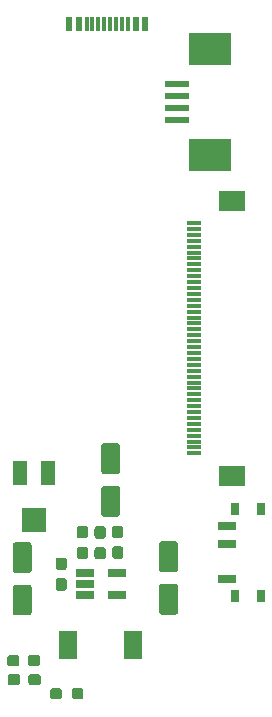
<source format=gtp>
G04 #@! TF.GenerationSoftware,KiCad,Pcbnew,(5.1.4)-1*
G04 #@! TF.CreationDate,2021-02-22T09:31:14+01:00*
G04 #@! TF.ProjectId,rgb_lcd_pihat,7267625f-6c63-4645-9f70-696861742e6b,rev?*
G04 #@! TF.SameCoordinates,Original*
G04 #@! TF.FileFunction,Paste,Top*
G04 #@! TF.FilePolarity,Positive*
%FSLAX46Y46*%
G04 Gerber Fmt 4.6, Leading zero omitted, Abs format (unit mm)*
G04 Created by KiCad (PCBNEW (5.1.4)-1) date 2021-02-22 09:31:14*
%MOMM*%
%LPD*%
G04 APERTURE LIST*
%ADD10C,0.100000*%
%ADD11C,0.950000*%
%ADD12R,0.600000X1.160000*%
%ADD13R,0.300000X1.160000*%
%ADD14C,1.600000*%
%ADD15R,1.500000X2.400000*%
%ADD16R,2.000000X0.610000*%
%ADD17R,3.600000X2.680000*%
%ADD18R,2.200000X1.800000*%
%ADD19R,1.300000X0.300000*%
%ADD20R,1.300000X2.000000*%
%ADD21R,2.000000X2.000000*%
%ADD22R,1.500000X0.700000*%
%ADD23R,0.800000X1.000000*%
%ADD24R,1.560000X0.650000*%
G04 APERTURE END LIST*
D10*
G36*
X54073279Y-98126144D02*
G01*
X54096334Y-98129563D01*
X54118943Y-98135227D01*
X54140887Y-98143079D01*
X54161957Y-98153044D01*
X54181948Y-98165026D01*
X54200668Y-98178910D01*
X54217938Y-98194562D01*
X54233590Y-98211832D01*
X54247474Y-98230552D01*
X54259456Y-98250543D01*
X54269421Y-98271613D01*
X54277273Y-98293557D01*
X54282937Y-98316166D01*
X54286356Y-98339221D01*
X54287500Y-98362500D01*
X54287500Y-98837500D01*
X54286356Y-98860779D01*
X54282937Y-98883834D01*
X54277273Y-98906443D01*
X54269421Y-98928387D01*
X54259456Y-98949457D01*
X54247474Y-98969448D01*
X54233590Y-98988168D01*
X54217938Y-99005438D01*
X54200668Y-99021090D01*
X54181948Y-99034974D01*
X54161957Y-99046956D01*
X54140887Y-99056921D01*
X54118943Y-99064773D01*
X54096334Y-99070437D01*
X54073279Y-99073856D01*
X54050000Y-99075000D01*
X53550000Y-99075000D01*
X53526721Y-99073856D01*
X53503666Y-99070437D01*
X53481057Y-99064773D01*
X53459113Y-99056921D01*
X53438043Y-99046956D01*
X53418052Y-99034974D01*
X53399332Y-99021090D01*
X53382062Y-99005438D01*
X53366410Y-98988168D01*
X53352526Y-98969448D01*
X53340544Y-98949457D01*
X53330579Y-98928387D01*
X53322727Y-98906443D01*
X53317063Y-98883834D01*
X53313644Y-98860779D01*
X53312500Y-98837500D01*
X53312500Y-98362500D01*
X53313644Y-98339221D01*
X53317063Y-98316166D01*
X53322727Y-98293557D01*
X53330579Y-98271613D01*
X53340544Y-98250543D01*
X53352526Y-98230552D01*
X53366410Y-98211832D01*
X53382062Y-98194562D01*
X53399332Y-98178910D01*
X53418052Y-98165026D01*
X53438043Y-98153044D01*
X53459113Y-98143079D01*
X53481057Y-98135227D01*
X53503666Y-98129563D01*
X53526721Y-98126144D01*
X53550000Y-98125000D01*
X54050000Y-98125000D01*
X54073279Y-98126144D01*
X54073279Y-98126144D01*
G37*
D11*
X53800000Y-98600000D03*
D10*
G36*
X52248279Y-98126144D02*
G01*
X52271334Y-98129563D01*
X52293943Y-98135227D01*
X52315887Y-98143079D01*
X52336957Y-98153044D01*
X52356948Y-98165026D01*
X52375668Y-98178910D01*
X52392938Y-98194562D01*
X52408590Y-98211832D01*
X52422474Y-98230552D01*
X52434456Y-98250543D01*
X52444421Y-98271613D01*
X52452273Y-98293557D01*
X52457937Y-98316166D01*
X52461356Y-98339221D01*
X52462500Y-98362500D01*
X52462500Y-98837500D01*
X52461356Y-98860779D01*
X52457937Y-98883834D01*
X52452273Y-98906443D01*
X52444421Y-98928387D01*
X52434456Y-98949457D01*
X52422474Y-98969448D01*
X52408590Y-98988168D01*
X52392938Y-99005438D01*
X52375668Y-99021090D01*
X52356948Y-99034974D01*
X52336957Y-99046956D01*
X52315887Y-99056921D01*
X52293943Y-99064773D01*
X52271334Y-99070437D01*
X52248279Y-99073856D01*
X52225000Y-99075000D01*
X51725000Y-99075000D01*
X51701721Y-99073856D01*
X51678666Y-99070437D01*
X51656057Y-99064773D01*
X51634113Y-99056921D01*
X51613043Y-99046956D01*
X51593052Y-99034974D01*
X51574332Y-99021090D01*
X51557062Y-99005438D01*
X51541410Y-98988168D01*
X51527526Y-98969448D01*
X51515544Y-98949457D01*
X51505579Y-98928387D01*
X51497727Y-98906443D01*
X51492063Y-98883834D01*
X51488644Y-98860779D01*
X51487500Y-98837500D01*
X51487500Y-98362500D01*
X51488644Y-98339221D01*
X51492063Y-98316166D01*
X51497727Y-98293557D01*
X51505579Y-98271613D01*
X51515544Y-98250543D01*
X51527526Y-98230552D01*
X51541410Y-98211832D01*
X51557062Y-98194562D01*
X51574332Y-98178910D01*
X51593052Y-98165026D01*
X51613043Y-98153044D01*
X51634113Y-98143079D01*
X51656057Y-98135227D01*
X51678666Y-98129563D01*
X51701721Y-98126144D01*
X51725000Y-98125000D01*
X52225000Y-98125000D01*
X52248279Y-98126144D01*
X52248279Y-98126144D01*
G37*
D11*
X51975000Y-98600000D03*
D12*
X53100000Y-41910000D03*
X53900000Y-41910000D03*
X53100000Y-41910000D03*
X53900000Y-41910000D03*
X59500000Y-41910000D03*
X59500000Y-41910000D03*
X58700000Y-41910000D03*
X58700000Y-41910000D03*
D13*
X54550000Y-41910000D03*
X55550000Y-41910000D03*
X55050000Y-41910000D03*
X57550000Y-41910000D03*
X58050000Y-41910000D03*
X56050000Y-41910000D03*
X56550000Y-41910000D03*
X57050000Y-41910000D03*
D10*
G36*
X62074504Y-85701204D02*
G01*
X62098773Y-85704804D01*
X62122571Y-85710765D01*
X62145671Y-85719030D01*
X62167849Y-85729520D01*
X62188893Y-85742133D01*
X62208598Y-85756747D01*
X62226777Y-85773223D01*
X62243253Y-85791402D01*
X62257867Y-85811107D01*
X62270480Y-85832151D01*
X62280970Y-85854329D01*
X62289235Y-85877429D01*
X62295196Y-85901227D01*
X62298796Y-85925496D01*
X62300000Y-85950000D01*
X62300000Y-88050000D01*
X62298796Y-88074504D01*
X62295196Y-88098773D01*
X62289235Y-88122571D01*
X62280970Y-88145671D01*
X62270480Y-88167849D01*
X62257867Y-88188893D01*
X62243253Y-88208598D01*
X62226777Y-88226777D01*
X62208598Y-88243253D01*
X62188893Y-88257867D01*
X62167849Y-88270480D01*
X62145671Y-88280970D01*
X62122571Y-88289235D01*
X62098773Y-88295196D01*
X62074504Y-88298796D01*
X62050000Y-88300000D01*
X60950000Y-88300000D01*
X60925496Y-88298796D01*
X60901227Y-88295196D01*
X60877429Y-88289235D01*
X60854329Y-88280970D01*
X60832151Y-88270480D01*
X60811107Y-88257867D01*
X60791402Y-88243253D01*
X60773223Y-88226777D01*
X60756747Y-88208598D01*
X60742133Y-88188893D01*
X60729520Y-88167849D01*
X60719030Y-88145671D01*
X60710765Y-88122571D01*
X60704804Y-88098773D01*
X60701204Y-88074504D01*
X60700000Y-88050000D01*
X60700000Y-85950000D01*
X60701204Y-85925496D01*
X60704804Y-85901227D01*
X60710765Y-85877429D01*
X60719030Y-85854329D01*
X60729520Y-85832151D01*
X60742133Y-85811107D01*
X60756747Y-85791402D01*
X60773223Y-85773223D01*
X60791402Y-85756747D01*
X60811107Y-85742133D01*
X60832151Y-85729520D01*
X60854329Y-85719030D01*
X60877429Y-85710765D01*
X60901227Y-85704804D01*
X60925496Y-85701204D01*
X60950000Y-85700000D01*
X62050000Y-85700000D01*
X62074504Y-85701204D01*
X62074504Y-85701204D01*
G37*
D14*
X61500000Y-87000000D03*
D10*
G36*
X62074504Y-89301204D02*
G01*
X62098773Y-89304804D01*
X62122571Y-89310765D01*
X62145671Y-89319030D01*
X62167849Y-89329520D01*
X62188893Y-89342133D01*
X62208598Y-89356747D01*
X62226777Y-89373223D01*
X62243253Y-89391402D01*
X62257867Y-89411107D01*
X62270480Y-89432151D01*
X62280970Y-89454329D01*
X62289235Y-89477429D01*
X62295196Y-89501227D01*
X62298796Y-89525496D01*
X62300000Y-89550000D01*
X62300000Y-91650000D01*
X62298796Y-91674504D01*
X62295196Y-91698773D01*
X62289235Y-91722571D01*
X62280970Y-91745671D01*
X62270480Y-91767849D01*
X62257867Y-91788893D01*
X62243253Y-91808598D01*
X62226777Y-91826777D01*
X62208598Y-91843253D01*
X62188893Y-91857867D01*
X62167849Y-91870480D01*
X62145671Y-91880970D01*
X62122571Y-91889235D01*
X62098773Y-91895196D01*
X62074504Y-91898796D01*
X62050000Y-91900000D01*
X60950000Y-91900000D01*
X60925496Y-91898796D01*
X60901227Y-91895196D01*
X60877429Y-91889235D01*
X60854329Y-91880970D01*
X60832151Y-91870480D01*
X60811107Y-91857867D01*
X60791402Y-91843253D01*
X60773223Y-91826777D01*
X60756747Y-91808598D01*
X60742133Y-91788893D01*
X60729520Y-91767849D01*
X60719030Y-91745671D01*
X60710765Y-91722571D01*
X60704804Y-91698773D01*
X60701204Y-91674504D01*
X60700000Y-91650000D01*
X60700000Y-89550000D01*
X60701204Y-89525496D01*
X60704804Y-89501227D01*
X60710765Y-89477429D01*
X60719030Y-89454329D01*
X60729520Y-89432151D01*
X60742133Y-89411107D01*
X60756747Y-89391402D01*
X60773223Y-89373223D01*
X60791402Y-89356747D01*
X60811107Y-89342133D01*
X60832151Y-89329520D01*
X60854329Y-89319030D01*
X60877429Y-89310765D01*
X60901227Y-89304804D01*
X60925496Y-89301204D01*
X60950000Y-89300000D01*
X62050000Y-89300000D01*
X62074504Y-89301204D01*
X62074504Y-89301204D01*
G37*
D14*
X61500000Y-90600000D03*
D10*
G36*
X52664779Y-87073144D02*
G01*
X52687834Y-87076563D01*
X52710443Y-87082227D01*
X52732387Y-87090079D01*
X52753457Y-87100044D01*
X52773448Y-87112026D01*
X52792168Y-87125910D01*
X52809438Y-87141562D01*
X52825090Y-87158832D01*
X52838974Y-87177552D01*
X52850956Y-87197543D01*
X52860921Y-87218613D01*
X52868773Y-87240557D01*
X52874437Y-87263166D01*
X52877856Y-87286221D01*
X52879000Y-87309500D01*
X52879000Y-87884500D01*
X52877856Y-87907779D01*
X52874437Y-87930834D01*
X52868773Y-87953443D01*
X52860921Y-87975387D01*
X52850956Y-87996457D01*
X52838974Y-88016448D01*
X52825090Y-88035168D01*
X52809438Y-88052438D01*
X52792168Y-88068090D01*
X52773448Y-88081974D01*
X52753457Y-88093956D01*
X52732387Y-88103921D01*
X52710443Y-88111773D01*
X52687834Y-88117437D01*
X52664779Y-88120856D01*
X52641500Y-88122000D01*
X52166500Y-88122000D01*
X52143221Y-88120856D01*
X52120166Y-88117437D01*
X52097557Y-88111773D01*
X52075613Y-88103921D01*
X52054543Y-88093956D01*
X52034552Y-88081974D01*
X52015832Y-88068090D01*
X51998562Y-88052438D01*
X51982910Y-88035168D01*
X51969026Y-88016448D01*
X51957044Y-87996457D01*
X51947079Y-87975387D01*
X51939227Y-87953443D01*
X51933563Y-87930834D01*
X51930144Y-87907779D01*
X51929000Y-87884500D01*
X51929000Y-87309500D01*
X51930144Y-87286221D01*
X51933563Y-87263166D01*
X51939227Y-87240557D01*
X51947079Y-87218613D01*
X51957044Y-87197543D01*
X51969026Y-87177552D01*
X51982910Y-87158832D01*
X51998562Y-87141562D01*
X52015832Y-87125910D01*
X52034552Y-87112026D01*
X52054543Y-87100044D01*
X52075613Y-87090079D01*
X52097557Y-87082227D01*
X52120166Y-87076563D01*
X52143221Y-87073144D01*
X52166500Y-87072000D01*
X52641500Y-87072000D01*
X52664779Y-87073144D01*
X52664779Y-87073144D01*
G37*
D11*
X52404000Y-87597000D03*
D10*
G36*
X52664779Y-88823144D02*
G01*
X52687834Y-88826563D01*
X52710443Y-88832227D01*
X52732387Y-88840079D01*
X52753457Y-88850044D01*
X52773448Y-88862026D01*
X52792168Y-88875910D01*
X52809438Y-88891562D01*
X52825090Y-88908832D01*
X52838974Y-88927552D01*
X52850956Y-88947543D01*
X52860921Y-88968613D01*
X52868773Y-88990557D01*
X52874437Y-89013166D01*
X52877856Y-89036221D01*
X52879000Y-89059500D01*
X52879000Y-89634500D01*
X52877856Y-89657779D01*
X52874437Y-89680834D01*
X52868773Y-89703443D01*
X52860921Y-89725387D01*
X52850956Y-89746457D01*
X52838974Y-89766448D01*
X52825090Y-89785168D01*
X52809438Y-89802438D01*
X52792168Y-89818090D01*
X52773448Y-89831974D01*
X52753457Y-89843956D01*
X52732387Y-89853921D01*
X52710443Y-89861773D01*
X52687834Y-89867437D01*
X52664779Y-89870856D01*
X52641500Y-89872000D01*
X52166500Y-89872000D01*
X52143221Y-89870856D01*
X52120166Y-89867437D01*
X52097557Y-89861773D01*
X52075613Y-89853921D01*
X52054543Y-89843956D01*
X52034552Y-89831974D01*
X52015832Y-89818090D01*
X51998562Y-89802438D01*
X51982910Y-89785168D01*
X51969026Y-89766448D01*
X51957044Y-89746457D01*
X51947079Y-89725387D01*
X51939227Y-89703443D01*
X51933563Y-89680834D01*
X51930144Y-89657779D01*
X51929000Y-89634500D01*
X51929000Y-89059500D01*
X51930144Y-89036221D01*
X51933563Y-89013166D01*
X51939227Y-88990557D01*
X51947079Y-88968613D01*
X51957044Y-88947543D01*
X51969026Y-88927552D01*
X51982910Y-88908832D01*
X51998562Y-88891562D01*
X52015832Y-88875910D01*
X52034552Y-88862026D01*
X52054543Y-88850044D01*
X52075613Y-88840079D01*
X52097557Y-88832227D01*
X52120166Y-88826563D01*
X52143221Y-88823144D01*
X52166500Y-88822000D01*
X52641500Y-88822000D01*
X52664779Y-88823144D01*
X52664779Y-88823144D01*
G37*
D11*
X52404000Y-89347000D03*
D10*
G36*
X50410779Y-95326144D02*
G01*
X50433834Y-95329563D01*
X50456443Y-95335227D01*
X50478387Y-95343079D01*
X50499457Y-95353044D01*
X50519448Y-95365026D01*
X50538168Y-95378910D01*
X50555438Y-95394562D01*
X50571090Y-95411832D01*
X50584974Y-95430552D01*
X50596956Y-95450543D01*
X50606921Y-95471613D01*
X50614773Y-95493557D01*
X50620437Y-95516166D01*
X50623856Y-95539221D01*
X50625000Y-95562500D01*
X50625000Y-96037500D01*
X50623856Y-96060779D01*
X50620437Y-96083834D01*
X50614773Y-96106443D01*
X50606921Y-96128387D01*
X50596956Y-96149457D01*
X50584974Y-96169448D01*
X50571090Y-96188168D01*
X50555438Y-96205438D01*
X50538168Y-96221090D01*
X50519448Y-96234974D01*
X50499457Y-96246956D01*
X50478387Y-96256921D01*
X50456443Y-96264773D01*
X50433834Y-96270437D01*
X50410779Y-96273856D01*
X50387500Y-96275000D01*
X49812500Y-96275000D01*
X49789221Y-96273856D01*
X49766166Y-96270437D01*
X49743557Y-96264773D01*
X49721613Y-96256921D01*
X49700543Y-96246956D01*
X49680552Y-96234974D01*
X49661832Y-96221090D01*
X49644562Y-96205438D01*
X49628910Y-96188168D01*
X49615026Y-96169448D01*
X49603044Y-96149457D01*
X49593079Y-96128387D01*
X49585227Y-96106443D01*
X49579563Y-96083834D01*
X49576144Y-96060779D01*
X49575000Y-96037500D01*
X49575000Y-95562500D01*
X49576144Y-95539221D01*
X49579563Y-95516166D01*
X49585227Y-95493557D01*
X49593079Y-95471613D01*
X49603044Y-95450543D01*
X49615026Y-95430552D01*
X49628910Y-95411832D01*
X49644562Y-95394562D01*
X49661832Y-95378910D01*
X49680552Y-95365026D01*
X49700543Y-95353044D01*
X49721613Y-95343079D01*
X49743557Y-95335227D01*
X49766166Y-95329563D01*
X49789221Y-95326144D01*
X49812500Y-95325000D01*
X50387500Y-95325000D01*
X50410779Y-95326144D01*
X50410779Y-95326144D01*
G37*
D11*
X50100000Y-95800000D03*
D10*
G36*
X48660779Y-95326144D02*
G01*
X48683834Y-95329563D01*
X48706443Y-95335227D01*
X48728387Y-95343079D01*
X48749457Y-95353044D01*
X48769448Y-95365026D01*
X48788168Y-95378910D01*
X48805438Y-95394562D01*
X48821090Y-95411832D01*
X48834974Y-95430552D01*
X48846956Y-95450543D01*
X48856921Y-95471613D01*
X48864773Y-95493557D01*
X48870437Y-95516166D01*
X48873856Y-95539221D01*
X48875000Y-95562500D01*
X48875000Y-96037500D01*
X48873856Y-96060779D01*
X48870437Y-96083834D01*
X48864773Y-96106443D01*
X48856921Y-96128387D01*
X48846956Y-96149457D01*
X48834974Y-96169448D01*
X48821090Y-96188168D01*
X48805438Y-96205438D01*
X48788168Y-96221090D01*
X48769448Y-96234974D01*
X48749457Y-96246956D01*
X48728387Y-96256921D01*
X48706443Y-96264773D01*
X48683834Y-96270437D01*
X48660779Y-96273856D01*
X48637500Y-96275000D01*
X48062500Y-96275000D01*
X48039221Y-96273856D01*
X48016166Y-96270437D01*
X47993557Y-96264773D01*
X47971613Y-96256921D01*
X47950543Y-96246956D01*
X47930552Y-96234974D01*
X47911832Y-96221090D01*
X47894562Y-96205438D01*
X47878910Y-96188168D01*
X47865026Y-96169448D01*
X47853044Y-96149457D01*
X47843079Y-96128387D01*
X47835227Y-96106443D01*
X47829563Y-96083834D01*
X47826144Y-96060779D01*
X47825000Y-96037500D01*
X47825000Y-95562500D01*
X47826144Y-95539221D01*
X47829563Y-95516166D01*
X47835227Y-95493557D01*
X47843079Y-95471613D01*
X47853044Y-95450543D01*
X47865026Y-95430552D01*
X47878910Y-95411832D01*
X47894562Y-95394562D01*
X47911832Y-95378910D01*
X47930552Y-95365026D01*
X47950543Y-95353044D01*
X47971613Y-95343079D01*
X47993557Y-95335227D01*
X48016166Y-95329563D01*
X48039221Y-95326144D01*
X48062500Y-95325000D01*
X48637500Y-95325000D01*
X48660779Y-95326144D01*
X48660779Y-95326144D01*
G37*
D11*
X48350000Y-95800000D03*
D10*
G36*
X49676504Y-85776204D02*
G01*
X49700773Y-85779804D01*
X49724571Y-85785765D01*
X49747671Y-85794030D01*
X49769849Y-85804520D01*
X49790893Y-85817133D01*
X49810598Y-85831747D01*
X49828777Y-85848223D01*
X49845253Y-85866402D01*
X49859867Y-85886107D01*
X49872480Y-85907151D01*
X49882970Y-85929329D01*
X49891235Y-85952429D01*
X49897196Y-85976227D01*
X49900796Y-86000496D01*
X49902000Y-86025000D01*
X49902000Y-88125000D01*
X49900796Y-88149504D01*
X49897196Y-88173773D01*
X49891235Y-88197571D01*
X49882970Y-88220671D01*
X49872480Y-88242849D01*
X49859867Y-88263893D01*
X49845253Y-88283598D01*
X49828777Y-88301777D01*
X49810598Y-88318253D01*
X49790893Y-88332867D01*
X49769849Y-88345480D01*
X49747671Y-88355970D01*
X49724571Y-88364235D01*
X49700773Y-88370196D01*
X49676504Y-88373796D01*
X49652000Y-88375000D01*
X48552000Y-88375000D01*
X48527496Y-88373796D01*
X48503227Y-88370196D01*
X48479429Y-88364235D01*
X48456329Y-88355970D01*
X48434151Y-88345480D01*
X48413107Y-88332867D01*
X48393402Y-88318253D01*
X48375223Y-88301777D01*
X48358747Y-88283598D01*
X48344133Y-88263893D01*
X48331520Y-88242849D01*
X48321030Y-88220671D01*
X48312765Y-88197571D01*
X48306804Y-88173773D01*
X48303204Y-88149504D01*
X48302000Y-88125000D01*
X48302000Y-86025000D01*
X48303204Y-86000496D01*
X48306804Y-85976227D01*
X48312765Y-85952429D01*
X48321030Y-85929329D01*
X48331520Y-85907151D01*
X48344133Y-85886107D01*
X48358747Y-85866402D01*
X48375223Y-85848223D01*
X48393402Y-85831747D01*
X48413107Y-85817133D01*
X48434151Y-85804520D01*
X48456329Y-85794030D01*
X48479429Y-85785765D01*
X48503227Y-85779804D01*
X48527496Y-85776204D01*
X48552000Y-85775000D01*
X49652000Y-85775000D01*
X49676504Y-85776204D01*
X49676504Y-85776204D01*
G37*
D14*
X49102000Y-87075000D03*
D10*
G36*
X49676504Y-89376204D02*
G01*
X49700773Y-89379804D01*
X49724571Y-89385765D01*
X49747671Y-89394030D01*
X49769849Y-89404520D01*
X49790893Y-89417133D01*
X49810598Y-89431747D01*
X49828777Y-89448223D01*
X49845253Y-89466402D01*
X49859867Y-89486107D01*
X49872480Y-89507151D01*
X49882970Y-89529329D01*
X49891235Y-89552429D01*
X49897196Y-89576227D01*
X49900796Y-89600496D01*
X49902000Y-89625000D01*
X49902000Y-91725000D01*
X49900796Y-91749504D01*
X49897196Y-91773773D01*
X49891235Y-91797571D01*
X49882970Y-91820671D01*
X49872480Y-91842849D01*
X49859867Y-91863893D01*
X49845253Y-91883598D01*
X49828777Y-91901777D01*
X49810598Y-91918253D01*
X49790893Y-91932867D01*
X49769849Y-91945480D01*
X49747671Y-91955970D01*
X49724571Y-91964235D01*
X49700773Y-91970196D01*
X49676504Y-91973796D01*
X49652000Y-91975000D01*
X48552000Y-91975000D01*
X48527496Y-91973796D01*
X48503227Y-91970196D01*
X48479429Y-91964235D01*
X48456329Y-91955970D01*
X48434151Y-91945480D01*
X48413107Y-91932867D01*
X48393402Y-91918253D01*
X48375223Y-91901777D01*
X48358747Y-91883598D01*
X48344133Y-91863893D01*
X48331520Y-91842849D01*
X48321030Y-91820671D01*
X48312765Y-91797571D01*
X48306804Y-91773773D01*
X48303204Y-91749504D01*
X48302000Y-91725000D01*
X48302000Y-89625000D01*
X48303204Y-89600496D01*
X48306804Y-89576227D01*
X48312765Y-89552429D01*
X48321030Y-89529329D01*
X48331520Y-89507151D01*
X48344133Y-89486107D01*
X48358747Y-89466402D01*
X48375223Y-89448223D01*
X48393402Y-89431747D01*
X48413107Y-89417133D01*
X48434151Y-89404520D01*
X48456329Y-89394030D01*
X48479429Y-89385765D01*
X48503227Y-89379804D01*
X48527496Y-89376204D01*
X48552000Y-89375000D01*
X49652000Y-89375000D01*
X49676504Y-89376204D01*
X49676504Y-89376204D01*
G37*
D14*
X49102000Y-90675000D03*
D10*
G36*
X48710779Y-96926144D02*
G01*
X48733834Y-96929563D01*
X48756443Y-96935227D01*
X48778387Y-96943079D01*
X48799457Y-96953044D01*
X48819448Y-96965026D01*
X48838168Y-96978910D01*
X48855438Y-96994562D01*
X48871090Y-97011832D01*
X48884974Y-97030552D01*
X48896956Y-97050543D01*
X48906921Y-97071613D01*
X48914773Y-97093557D01*
X48920437Y-97116166D01*
X48923856Y-97139221D01*
X48925000Y-97162500D01*
X48925000Y-97637500D01*
X48923856Y-97660779D01*
X48920437Y-97683834D01*
X48914773Y-97706443D01*
X48906921Y-97728387D01*
X48896956Y-97749457D01*
X48884974Y-97769448D01*
X48871090Y-97788168D01*
X48855438Y-97805438D01*
X48838168Y-97821090D01*
X48819448Y-97834974D01*
X48799457Y-97846956D01*
X48778387Y-97856921D01*
X48756443Y-97864773D01*
X48733834Y-97870437D01*
X48710779Y-97873856D01*
X48687500Y-97875000D01*
X48112500Y-97875000D01*
X48089221Y-97873856D01*
X48066166Y-97870437D01*
X48043557Y-97864773D01*
X48021613Y-97856921D01*
X48000543Y-97846956D01*
X47980552Y-97834974D01*
X47961832Y-97821090D01*
X47944562Y-97805438D01*
X47928910Y-97788168D01*
X47915026Y-97769448D01*
X47903044Y-97749457D01*
X47893079Y-97728387D01*
X47885227Y-97706443D01*
X47879563Y-97683834D01*
X47876144Y-97660779D01*
X47875000Y-97637500D01*
X47875000Y-97162500D01*
X47876144Y-97139221D01*
X47879563Y-97116166D01*
X47885227Y-97093557D01*
X47893079Y-97071613D01*
X47903044Y-97050543D01*
X47915026Y-97030552D01*
X47928910Y-97011832D01*
X47944562Y-96994562D01*
X47961832Y-96978910D01*
X47980552Y-96965026D01*
X48000543Y-96953044D01*
X48021613Y-96943079D01*
X48043557Y-96935227D01*
X48066166Y-96929563D01*
X48089221Y-96926144D01*
X48112500Y-96925000D01*
X48687500Y-96925000D01*
X48710779Y-96926144D01*
X48710779Y-96926144D01*
G37*
D11*
X48400000Y-97400000D03*
D10*
G36*
X50460779Y-96926144D02*
G01*
X50483834Y-96929563D01*
X50506443Y-96935227D01*
X50528387Y-96943079D01*
X50549457Y-96953044D01*
X50569448Y-96965026D01*
X50588168Y-96978910D01*
X50605438Y-96994562D01*
X50621090Y-97011832D01*
X50634974Y-97030552D01*
X50646956Y-97050543D01*
X50656921Y-97071613D01*
X50664773Y-97093557D01*
X50670437Y-97116166D01*
X50673856Y-97139221D01*
X50675000Y-97162500D01*
X50675000Y-97637500D01*
X50673856Y-97660779D01*
X50670437Y-97683834D01*
X50664773Y-97706443D01*
X50656921Y-97728387D01*
X50646956Y-97749457D01*
X50634974Y-97769448D01*
X50621090Y-97788168D01*
X50605438Y-97805438D01*
X50588168Y-97821090D01*
X50569448Y-97834974D01*
X50549457Y-97846956D01*
X50528387Y-97856921D01*
X50506443Y-97864773D01*
X50483834Y-97870437D01*
X50460779Y-97873856D01*
X50437500Y-97875000D01*
X49862500Y-97875000D01*
X49839221Y-97873856D01*
X49816166Y-97870437D01*
X49793557Y-97864773D01*
X49771613Y-97856921D01*
X49750543Y-97846956D01*
X49730552Y-97834974D01*
X49711832Y-97821090D01*
X49694562Y-97805438D01*
X49678910Y-97788168D01*
X49665026Y-97769448D01*
X49653044Y-97749457D01*
X49643079Y-97728387D01*
X49635227Y-97706443D01*
X49629563Y-97683834D01*
X49626144Y-97660779D01*
X49625000Y-97637500D01*
X49625000Y-97162500D01*
X49626144Y-97139221D01*
X49629563Y-97116166D01*
X49635227Y-97093557D01*
X49643079Y-97071613D01*
X49653044Y-97050543D01*
X49665026Y-97030552D01*
X49678910Y-97011832D01*
X49694562Y-96994562D01*
X49711832Y-96978910D01*
X49730552Y-96965026D01*
X49750543Y-96953044D01*
X49771613Y-96943079D01*
X49793557Y-96935227D01*
X49816166Y-96929563D01*
X49839221Y-96926144D01*
X49862500Y-96925000D01*
X50437500Y-96925000D01*
X50460779Y-96926144D01*
X50460779Y-96926144D01*
G37*
D11*
X50150000Y-97400000D03*
D15*
X58500000Y-94500000D03*
X53000000Y-94500000D03*
D10*
G36*
X57174504Y-81001204D02*
G01*
X57198773Y-81004804D01*
X57222571Y-81010765D01*
X57245671Y-81019030D01*
X57267849Y-81029520D01*
X57288893Y-81042133D01*
X57308598Y-81056747D01*
X57326777Y-81073223D01*
X57343253Y-81091402D01*
X57357867Y-81111107D01*
X57370480Y-81132151D01*
X57380970Y-81154329D01*
X57389235Y-81177429D01*
X57395196Y-81201227D01*
X57398796Y-81225496D01*
X57400000Y-81250000D01*
X57400000Y-83350000D01*
X57398796Y-83374504D01*
X57395196Y-83398773D01*
X57389235Y-83422571D01*
X57380970Y-83445671D01*
X57370480Y-83467849D01*
X57357867Y-83488893D01*
X57343253Y-83508598D01*
X57326777Y-83526777D01*
X57308598Y-83543253D01*
X57288893Y-83557867D01*
X57267849Y-83570480D01*
X57245671Y-83580970D01*
X57222571Y-83589235D01*
X57198773Y-83595196D01*
X57174504Y-83598796D01*
X57150000Y-83600000D01*
X56050000Y-83600000D01*
X56025496Y-83598796D01*
X56001227Y-83595196D01*
X55977429Y-83589235D01*
X55954329Y-83580970D01*
X55932151Y-83570480D01*
X55911107Y-83557867D01*
X55891402Y-83543253D01*
X55873223Y-83526777D01*
X55856747Y-83508598D01*
X55842133Y-83488893D01*
X55829520Y-83467849D01*
X55819030Y-83445671D01*
X55810765Y-83422571D01*
X55804804Y-83398773D01*
X55801204Y-83374504D01*
X55800000Y-83350000D01*
X55800000Y-81250000D01*
X55801204Y-81225496D01*
X55804804Y-81201227D01*
X55810765Y-81177429D01*
X55819030Y-81154329D01*
X55829520Y-81132151D01*
X55842133Y-81111107D01*
X55856747Y-81091402D01*
X55873223Y-81073223D01*
X55891402Y-81056747D01*
X55911107Y-81042133D01*
X55932151Y-81029520D01*
X55954329Y-81019030D01*
X55977429Y-81010765D01*
X56001227Y-81004804D01*
X56025496Y-81001204D01*
X56050000Y-81000000D01*
X57150000Y-81000000D01*
X57174504Y-81001204D01*
X57174504Y-81001204D01*
G37*
D14*
X56600000Y-82300000D03*
D10*
G36*
X57174504Y-77401204D02*
G01*
X57198773Y-77404804D01*
X57222571Y-77410765D01*
X57245671Y-77419030D01*
X57267849Y-77429520D01*
X57288893Y-77442133D01*
X57308598Y-77456747D01*
X57326777Y-77473223D01*
X57343253Y-77491402D01*
X57357867Y-77511107D01*
X57370480Y-77532151D01*
X57380970Y-77554329D01*
X57389235Y-77577429D01*
X57395196Y-77601227D01*
X57398796Y-77625496D01*
X57400000Y-77650000D01*
X57400000Y-79750000D01*
X57398796Y-79774504D01*
X57395196Y-79798773D01*
X57389235Y-79822571D01*
X57380970Y-79845671D01*
X57370480Y-79867849D01*
X57357867Y-79888893D01*
X57343253Y-79908598D01*
X57326777Y-79926777D01*
X57308598Y-79943253D01*
X57288893Y-79957867D01*
X57267849Y-79970480D01*
X57245671Y-79980970D01*
X57222571Y-79989235D01*
X57198773Y-79995196D01*
X57174504Y-79998796D01*
X57150000Y-80000000D01*
X56050000Y-80000000D01*
X56025496Y-79998796D01*
X56001227Y-79995196D01*
X55977429Y-79989235D01*
X55954329Y-79980970D01*
X55932151Y-79970480D01*
X55911107Y-79957867D01*
X55891402Y-79943253D01*
X55873223Y-79926777D01*
X55856747Y-79908598D01*
X55842133Y-79888893D01*
X55829520Y-79867849D01*
X55819030Y-79845671D01*
X55810765Y-79822571D01*
X55804804Y-79798773D01*
X55801204Y-79774504D01*
X55800000Y-79750000D01*
X55800000Y-77650000D01*
X55801204Y-77625496D01*
X55804804Y-77601227D01*
X55810765Y-77577429D01*
X55819030Y-77554329D01*
X55829520Y-77532151D01*
X55842133Y-77511107D01*
X55856747Y-77491402D01*
X55873223Y-77473223D01*
X55891402Y-77456747D01*
X55911107Y-77442133D01*
X55932151Y-77429520D01*
X55954329Y-77419030D01*
X55977429Y-77410765D01*
X56001227Y-77404804D01*
X56025496Y-77401204D01*
X56050000Y-77400000D01*
X57150000Y-77400000D01*
X57174504Y-77401204D01*
X57174504Y-77401204D01*
G37*
D14*
X56600000Y-78700000D03*
D10*
G36*
X57460779Y-84376144D02*
G01*
X57483834Y-84379563D01*
X57506443Y-84385227D01*
X57528387Y-84393079D01*
X57549457Y-84403044D01*
X57569448Y-84415026D01*
X57588168Y-84428910D01*
X57605438Y-84444562D01*
X57621090Y-84461832D01*
X57634974Y-84480552D01*
X57646956Y-84500543D01*
X57656921Y-84521613D01*
X57664773Y-84543557D01*
X57670437Y-84566166D01*
X57673856Y-84589221D01*
X57675000Y-84612500D01*
X57675000Y-85187500D01*
X57673856Y-85210779D01*
X57670437Y-85233834D01*
X57664773Y-85256443D01*
X57656921Y-85278387D01*
X57646956Y-85299457D01*
X57634974Y-85319448D01*
X57621090Y-85338168D01*
X57605438Y-85355438D01*
X57588168Y-85371090D01*
X57569448Y-85384974D01*
X57549457Y-85396956D01*
X57528387Y-85406921D01*
X57506443Y-85414773D01*
X57483834Y-85420437D01*
X57460779Y-85423856D01*
X57437500Y-85425000D01*
X56962500Y-85425000D01*
X56939221Y-85423856D01*
X56916166Y-85420437D01*
X56893557Y-85414773D01*
X56871613Y-85406921D01*
X56850543Y-85396956D01*
X56830552Y-85384974D01*
X56811832Y-85371090D01*
X56794562Y-85355438D01*
X56778910Y-85338168D01*
X56765026Y-85319448D01*
X56753044Y-85299457D01*
X56743079Y-85278387D01*
X56735227Y-85256443D01*
X56729563Y-85233834D01*
X56726144Y-85210779D01*
X56725000Y-85187500D01*
X56725000Y-84612500D01*
X56726144Y-84589221D01*
X56729563Y-84566166D01*
X56735227Y-84543557D01*
X56743079Y-84521613D01*
X56753044Y-84500543D01*
X56765026Y-84480552D01*
X56778910Y-84461832D01*
X56794562Y-84444562D01*
X56811832Y-84428910D01*
X56830552Y-84415026D01*
X56850543Y-84403044D01*
X56871613Y-84393079D01*
X56893557Y-84385227D01*
X56916166Y-84379563D01*
X56939221Y-84376144D01*
X56962500Y-84375000D01*
X57437500Y-84375000D01*
X57460779Y-84376144D01*
X57460779Y-84376144D01*
G37*
D11*
X57200000Y-84900000D03*
D10*
G36*
X57460779Y-86126144D02*
G01*
X57483834Y-86129563D01*
X57506443Y-86135227D01*
X57528387Y-86143079D01*
X57549457Y-86153044D01*
X57569448Y-86165026D01*
X57588168Y-86178910D01*
X57605438Y-86194562D01*
X57621090Y-86211832D01*
X57634974Y-86230552D01*
X57646956Y-86250543D01*
X57656921Y-86271613D01*
X57664773Y-86293557D01*
X57670437Y-86316166D01*
X57673856Y-86339221D01*
X57675000Y-86362500D01*
X57675000Y-86937500D01*
X57673856Y-86960779D01*
X57670437Y-86983834D01*
X57664773Y-87006443D01*
X57656921Y-87028387D01*
X57646956Y-87049457D01*
X57634974Y-87069448D01*
X57621090Y-87088168D01*
X57605438Y-87105438D01*
X57588168Y-87121090D01*
X57569448Y-87134974D01*
X57549457Y-87146956D01*
X57528387Y-87156921D01*
X57506443Y-87164773D01*
X57483834Y-87170437D01*
X57460779Y-87173856D01*
X57437500Y-87175000D01*
X56962500Y-87175000D01*
X56939221Y-87173856D01*
X56916166Y-87170437D01*
X56893557Y-87164773D01*
X56871613Y-87156921D01*
X56850543Y-87146956D01*
X56830552Y-87134974D01*
X56811832Y-87121090D01*
X56794562Y-87105438D01*
X56778910Y-87088168D01*
X56765026Y-87069448D01*
X56753044Y-87049457D01*
X56743079Y-87028387D01*
X56735227Y-87006443D01*
X56729563Y-86983834D01*
X56726144Y-86960779D01*
X56725000Y-86937500D01*
X56725000Y-86362500D01*
X56726144Y-86339221D01*
X56729563Y-86316166D01*
X56735227Y-86293557D01*
X56743079Y-86271613D01*
X56753044Y-86250543D01*
X56765026Y-86230552D01*
X56778910Y-86211832D01*
X56794562Y-86194562D01*
X56811832Y-86178910D01*
X56830552Y-86165026D01*
X56850543Y-86153044D01*
X56871613Y-86143079D01*
X56893557Y-86135227D01*
X56916166Y-86129563D01*
X56939221Y-86126144D01*
X56962500Y-86125000D01*
X57437500Y-86125000D01*
X57460779Y-86126144D01*
X57460779Y-86126144D01*
G37*
D11*
X57200000Y-86650000D03*
D16*
X62200000Y-50010000D03*
X62200000Y-49010000D03*
X62200000Y-48010000D03*
X62200000Y-47010000D03*
D17*
X65000000Y-53000000D03*
X65000000Y-44020000D03*
D18*
X66900000Y-56850000D03*
X66900000Y-80150000D03*
D19*
X63650000Y-78250000D03*
X63650000Y-77750000D03*
X63650000Y-77250000D03*
X63650000Y-76750000D03*
X63650000Y-76250000D03*
X63650000Y-75750000D03*
X63650000Y-75250000D03*
X63650000Y-74750000D03*
X63650000Y-74250000D03*
X63650000Y-73750000D03*
X63650000Y-73250000D03*
X63650000Y-72750000D03*
X63650000Y-72250000D03*
X63650000Y-71750000D03*
X63650000Y-71250000D03*
X63650000Y-70750000D03*
X63650000Y-70250000D03*
X63650000Y-69750000D03*
X63650000Y-69250000D03*
X63650000Y-68750000D03*
X63650000Y-68250000D03*
X63650000Y-67750000D03*
X63650000Y-67250000D03*
X63650000Y-66750000D03*
X63650000Y-66250000D03*
X63650000Y-65750000D03*
X63650000Y-65250000D03*
X63650000Y-64750000D03*
X63650000Y-64250000D03*
X63650000Y-63750000D03*
X63650000Y-63250000D03*
X63650000Y-62750000D03*
X63650000Y-62250000D03*
X63650000Y-61750000D03*
X63650000Y-61250000D03*
X63650000Y-60750000D03*
X63650000Y-60250000D03*
X63650000Y-59750000D03*
X63650000Y-59250000D03*
X63650000Y-58750000D03*
D10*
G36*
X55960779Y-86176144D02*
G01*
X55983834Y-86179563D01*
X56006443Y-86185227D01*
X56028387Y-86193079D01*
X56049457Y-86203044D01*
X56069448Y-86215026D01*
X56088168Y-86228910D01*
X56105438Y-86244562D01*
X56121090Y-86261832D01*
X56134974Y-86280552D01*
X56146956Y-86300543D01*
X56156921Y-86321613D01*
X56164773Y-86343557D01*
X56170437Y-86366166D01*
X56173856Y-86389221D01*
X56175000Y-86412500D01*
X56175000Y-86987500D01*
X56173856Y-87010779D01*
X56170437Y-87033834D01*
X56164773Y-87056443D01*
X56156921Y-87078387D01*
X56146956Y-87099457D01*
X56134974Y-87119448D01*
X56121090Y-87138168D01*
X56105438Y-87155438D01*
X56088168Y-87171090D01*
X56069448Y-87184974D01*
X56049457Y-87196956D01*
X56028387Y-87206921D01*
X56006443Y-87214773D01*
X55983834Y-87220437D01*
X55960779Y-87223856D01*
X55937500Y-87225000D01*
X55462500Y-87225000D01*
X55439221Y-87223856D01*
X55416166Y-87220437D01*
X55393557Y-87214773D01*
X55371613Y-87206921D01*
X55350543Y-87196956D01*
X55330552Y-87184974D01*
X55311832Y-87171090D01*
X55294562Y-87155438D01*
X55278910Y-87138168D01*
X55265026Y-87119448D01*
X55253044Y-87099457D01*
X55243079Y-87078387D01*
X55235227Y-87056443D01*
X55229563Y-87033834D01*
X55226144Y-87010779D01*
X55225000Y-86987500D01*
X55225000Y-86412500D01*
X55226144Y-86389221D01*
X55229563Y-86366166D01*
X55235227Y-86343557D01*
X55243079Y-86321613D01*
X55253044Y-86300543D01*
X55265026Y-86280552D01*
X55278910Y-86261832D01*
X55294562Y-86244562D01*
X55311832Y-86228910D01*
X55330552Y-86215026D01*
X55350543Y-86203044D01*
X55371613Y-86193079D01*
X55393557Y-86185227D01*
X55416166Y-86179563D01*
X55439221Y-86176144D01*
X55462500Y-86175000D01*
X55937500Y-86175000D01*
X55960779Y-86176144D01*
X55960779Y-86176144D01*
G37*
D11*
X55700000Y-86700000D03*
D10*
G36*
X55960779Y-84426144D02*
G01*
X55983834Y-84429563D01*
X56006443Y-84435227D01*
X56028387Y-84443079D01*
X56049457Y-84453044D01*
X56069448Y-84465026D01*
X56088168Y-84478910D01*
X56105438Y-84494562D01*
X56121090Y-84511832D01*
X56134974Y-84530552D01*
X56146956Y-84550543D01*
X56156921Y-84571613D01*
X56164773Y-84593557D01*
X56170437Y-84616166D01*
X56173856Y-84639221D01*
X56175000Y-84662500D01*
X56175000Y-85237500D01*
X56173856Y-85260779D01*
X56170437Y-85283834D01*
X56164773Y-85306443D01*
X56156921Y-85328387D01*
X56146956Y-85349457D01*
X56134974Y-85369448D01*
X56121090Y-85388168D01*
X56105438Y-85405438D01*
X56088168Y-85421090D01*
X56069448Y-85434974D01*
X56049457Y-85446956D01*
X56028387Y-85456921D01*
X56006443Y-85464773D01*
X55983834Y-85470437D01*
X55960779Y-85473856D01*
X55937500Y-85475000D01*
X55462500Y-85475000D01*
X55439221Y-85473856D01*
X55416166Y-85470437D01*
X55393557Y-85464773D01*
X55371613Y-85456921D01*
X55350543Y-85446956D01*
X55330552Y-85434974D01*
X55311832Y-85421090D01*
X55294562Y-85405438D01*
X55278910Y-85388168D01*
X55265026Y-85369448D01*
X55253044Y-85349457D01*
X55243079Y-85328387D01*
X55235227Y-85306443D01*
X55229563Y-85283834D01*
X55226144Y-85260779D01*
X55225000Y-85237500D01*
X55225000Y-84662500D01*
X55226144Y-84639221D01*
X55229563Y-84616166D01*
X55235227Y-84593557D01*
X55243079Y-84571613D01*
X55253044Y-84550543D01*
X55265026Y-84530552D01*
X55278910Y-84511832D01*
X55294562Y-84494562D01*
X55311832Y-84478910D01*
X55330552Y-84465026D01*
X55350543Y-84453044D01*
X55371613Y-84443079D01*
X55393557Y-84435227D01*
X55416166Y-84429563D01*
X55439221Y-84426144D01*
X55462500Y-84425000D01*
X55937500Y-84425000D01*
X55960779Y-84426144D01*
X55960779Y-84426144D01*
G37*
D11*
X55700000Y-84950000D03*
D10*
G36*
X54460779Y-86151144D02*
G01*
X54483834Y-86154563D01*
X54506443Y-86160227D01*
X54528387Y-86168079D01*
X54549457Y-86178044D01*
X54569448Y-86190026D01*
X54588168Y-86203910D01*
X54605438Y-86219562D01*
X54621090Y-86236832D01*
X54634974Y-86255552D01*
X54646956Y-86275543D01*
X54656921Y-86296613D01*
X54664773Y-86318557D01*
X54670437Y-86341166D01*
X54673856Y-86364221D01*
X54675000Y-86387500D01*
X54675000Y-86962500D01*
X54673856Y-86985779D01*
X54670437Y-87008834D01*
X54664773Y-87031443D01*
X54656921Y-87053387D01*
X54646956Y-87074457D01*
X54634974Y-87094448D01*
X54621090Y-87113168D01*
X54605438Y-87130438D01*
X54588168Y-87146090D01*
X54569448Y-87159974D01*
X54549457Y-87171956D01*
X54528387Y-87181921D01*
X54506443Y-87189773D01*
X54483834Y-87195437D01*
X54460779Y-87198856D01*
X54437500Y-87200000D01*
X53962500Y-87200000D01*
X53939221Y-87198856D01*
X53916166Y-87195437D01*
X53893557Y-87189773D01*
X53871613Y-87181921D01*
X53850543Y-87171956D01*
X53830552Y-87159974D01*
X53811832Y-87146090D01*
X53794562Y-87130438D01*
X53778910Y-87113168D01*
X53765026Y-87094448D01*
X53753044Y-87074457D01*
X53743079Y-87053387D01*
X53735227Y-87031443D01*
X53729563Y-87008834D01*
X53726144Y-86985779D01*
X53725000Y-86962500D01*
X53725000Y-86387500D01*
X53726144Y-86364221D01*
X53729563Y-86341166D01*
X53735227Y-86318557D01*
X53743079Y-86296613D01*
X53753044Y-86275543D01*
X53765026Y-86255552D01*
X53778910Y-86236832D01*
X53794562Y-86219562D01*
X53811832Y-86203910D01*
X53830552Y-86190026D01*
X53850543Y-86178044D01*
X53871613Y-86168079D01*
X53893557Y-86160227D01*
X53916166Y-86154563D01*
X53939221Y-86151144D01*
X53962500Y-86150000D01*
X54437500Y-86150000D01*
X54460779Y-86151144D01*
X54460779Y-86151144D01*
G37*
D11*
X54200000Y-86675000D03*
D10*
G36*
X54460779Y-84401144D02*
G01*
X54483834Y-84404563D01*
X54506443Y-84410227D01*
X54528387Y-84418079D01*
X54549457Y-84428044D01*
X54569448Y-84440026D01*
X54588168Y-84453910D01*
X54605438Y-84469562D01*
X54621090Y-84486832D01*
X54634974Y-84505552D01*
X54646956Y-84525543D01*
X54656921Y-84546613D01*
X54664773Y-84568557D01*
X54670437Y-84591166D01*
X54673856Y-84614221D01*
X54675000Y-84637500D01*
X54675000Y-85212500D01*
X54673856Y-85235779D01*
X54670437Y-85258834D01*
X54664773Y-85281443D01*
X54656921Y-85303387D01*
X54646956Y-85324457D01*
X54634974Y-85344448D01*
X54621090Y-85363168D01*
X54605438Y-85380438D01*
X54588168Y-85396090D01*
X54569448Y-85409974D01*
X54549457Y-85421956D01*
X54528387Y-85431921D01*
X54506443Y-85439773D01*
X54483834Y-85445437D01*
X54460779Y-85448856D01*
X54437500Y-85450000D01*
X53962500Y-85450000D01*
X53939221Y-85448856D01*
X53916166Y-85445437D01*
X53893557Y-85439773D01*
X53871613Y-85431921D01*
X53850543Y-85421956D01*
X53830552Y-85409974D01*
X53811832Y-85396090D01*
X53794562Y-85380438D01*
X53778910Y-85363168D01*
X53765026Y-85344448D01*
X53753044Y-85324457D01*
X53743079Y-85303387D01*
X53735227Y-85281443D01*
X53729563Y-85258834D01*
X53726144Y-85235779D01*
X53725000Y-85212500D01*
X53725000Y-84637500D01*
X53726144Y-84614221D01*
X53729563Y-84591166D01*
X53735227Y-84568557D01*
X53743079Y-84546613D01*
X53753044Y-84525543D01*
X53765026Y-84505552D01*
X53778910Y-84486832D01*
X53794562Y-84469562D01*
X53811832Y-84453910D01*
X53830552Y-84440026D01*
X53850543Y-84428044D01*
X53871613Y-84418079D01*
X53893557Y-84410227D01*
X53916166Y-84404563D01*
X53939221Y-84401144D01*
X53962500Y-84400000D01*
X54437500Y-84400000D01*
X54460779Y-84401144D01*
X54460779Y-84401144D01*
G37*
D11*
X54200000Y-84925000D03*
D20*
X48950000Y-79900000D03*
D21*
X50100000Y-83900000D03*
D20*
X51250000Y-79900000D03*
D22*
X66450000Y-88900000D03*
X66450000Y-85900000D03*
X66450000Y-84400000D03*
D23*
X69310000Y-90300000D03*
X69310000Y-83000000D03*
X67100000Y-83000000D03*
X67100000Y-90300000D03*
D24*
X54436000Y-88350000D03*
X54436000Y-89300000D03*
X54436000Y-90250000D03*
X57136000Y-90250000D03*
X57136000Y-88350000D03*
M02*

</source>
